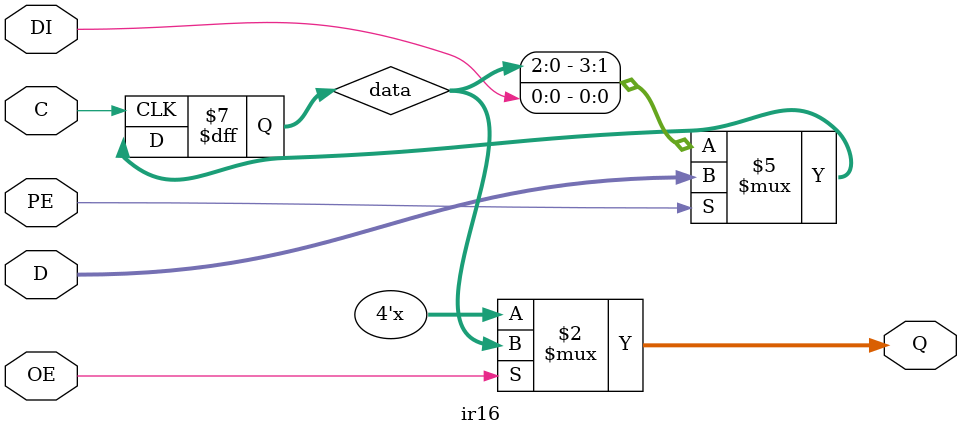
<source format=v>

`define MACRO_74
module ic_1533ie7 (d1,d2,d3,d4, q1,q2,q3,q4, R, C, CR, BR, plus1, minus1);
	input  plus1, minus1, R, C;
	input  d1, d2, d3, d4;
	output q1, q2, q3, q4, CR, BR;
	
	reg[3:0] tempQ = 4'b0000;
	assign CR = (tempQ == 4'b1111 && plus1 == 1'b0 && minus1 == 1'b1)? 1'b0:1'b1;
	assign BR = (tempQ == 4'b0000 && minus1 == 1'b0 && plus1 == 1'b1)? 1'b0:1'b1;

	always @(posedge plus1)	begin
		if(C == 1'b1 && R == 1'b0 && minus1 == 1'b1);
		tempQ = tempQ + 1'b1;
	end

	/*always @(posedge minus1)
	begin
		if (C==1'bl && R==1'b0 && plusi1==1'b1)
		tempQ=tempQ-1'b1;
	end*/

	assign {q4, q3, q2, q1} = (R == 1'b0)? tempQ : 4'b0;
endmodule


module ic_1533kp11
(
    input [3:0] A,
    input [3:0] B,
    input SA,
    input CS,

    output [3:0] Y
);
assign Y = (CS)?(4'bz):((SA)?(B):(A));
//assign Y = (CS)?(4'bz):((SA)?(A):(B));
endmodule

module ic_1533kp2
(
    input [3:0] A,
    input [3:0] B,
    input S1, S2,
    input EA, EB,
    output AY, BY
);
wire [1:0]sel = {S2, S1};
wire A_out = A[sel];//((sel == 2'b00) & A[0]) | ((sel == 2'b01) & A[1] )| ((sel == 2'b10) & A[2]) | ((sel == 2'b11) & A[3]);
wire B_out = B[sel];//((sel == 2'b00) & B[0]) | ((sel == 2'b01) & B[1]) | ((sel == 2'b10) & B[2]) | ((sel == 2'b11) & B[3]);

assign AY = (EA)?(1'b0):(A_out);
assign BY = (EB)?(1'b0):(B_out);
endmodule


module ic_1533tm8
(
    input [3:0] D,
    output [3:0] Q_p,
    output [3:0] Q_n,
    input C,
    input R
);
reg [3:0] q = 4'b0;
always @(posedge C /*or negedge R*/) begin
    //if(~R) q <= 4'b0;
    /*else*/ q <= D;
end
assign Q_p = q;
assign Q_n = ~q;
endmodule

module ic_1533tm9
(
    input [5:0] D,
    output [5:0] Q,
    input C,
    input R
);
reg [5:0] q = 6'b0;
always @(posedge C or negedge R) begin
    if(~R) q <= 6'b0;
    else q <= D;
end
assign Q = q;
endmodule

module ic_1533ir23
(
    input [7:0] D,
    output [7:0] Q,
    input C,
    input OEn
);
reg [7:0] q = 8'b0;
//always @(posedge C) q <= D;
always @(posedge C) q = D;
assign Q = (OEn)?(8'bz):(q);
endmodule

/*module ic_1533ir16
(
    input [3:0] D,
    output [3:0] Q,
	input DI,
    input C,
    input PE,
	input OE
);
reg [3:0] q = 4'b0000;
always @(negedge C) begin
    if(PE) q = D;
	//else q <= {DI, q >> 1};
	else q <= {q[3:1], DI};
end
assign Q = (OE)?(q):(4'bz);
endmodule*/

/////// IR16
module ir16(
input [3:0] D,
input DI, C, PE, OE,
output [3:0] Q
);
reg [3:0] data = 4'b0;
	always @(negedge C) begin
		if (PE) data <= D;
		else data <= {data[2:0], DI};
		
	end
assign Q = OE?(data):(4'bz);
endmodule
</source>
